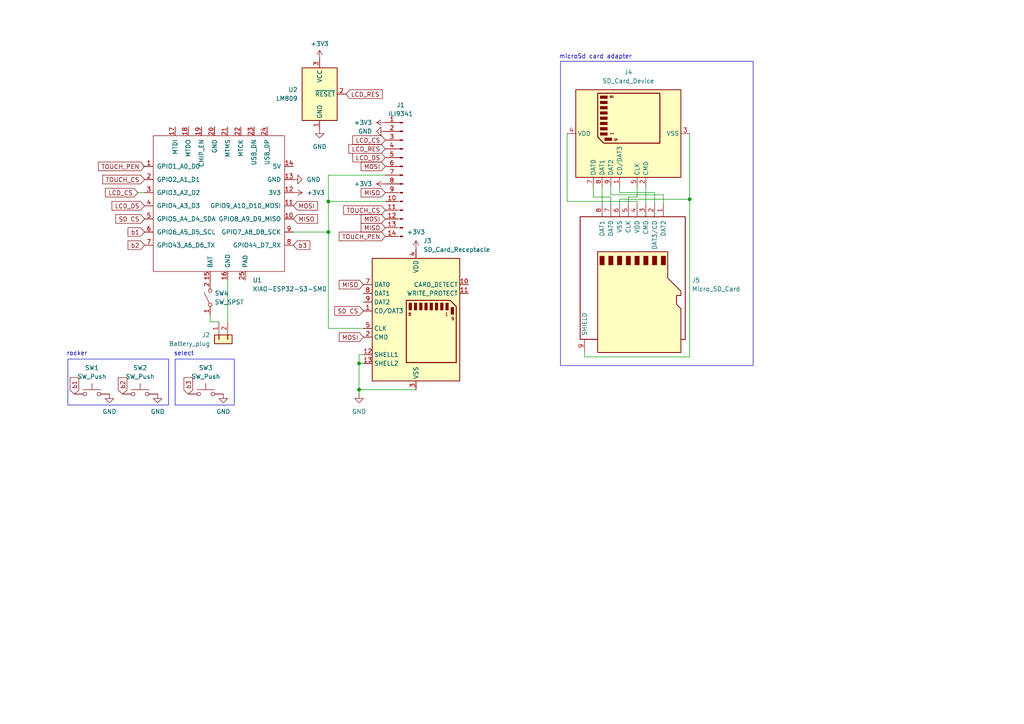
<source format=kicad_sch>
(kicad_sch (version 20250114) (generator "eeschema") (generator_version "9.0")
  (paper "A4")
  (lib_symbols
    (symbol "Connector:Conn_01x08_Pin" (pin_names (offset 1.016) (hide yes))
      (property "Reference" "J1" (at 0.635 12.7 0))
      (property "Value" "ILI9341" (at 0.635 10.16 0))
      (symbol "Conn_01x08_Pin_1_1"
        (rectangle (start 0 -10.033) (end 0.8636 -10.287) (stroke (width 0.1524)) (fill (type outline)))
        (rectangle (start 0 -12.573) (end 0.8636 -12.827) (stroke (width 0.1524)) (fill (type outline)))
        (rectangle (start 0 -15.113) (end 0.8636 -15.367) (stroke (width 0.1524)) (fill (type outline)))
        (rectangle (start 0 -17.653) (end 0.8636 -17.907) (stroke (width 0.1524)) (fill (type outline)))
        (rectangle (start 0 -20.193) (end 0.8636 -20.447) (stroke (width 0.1524)) (fill (type outline)))
        (rectangle (start 0 -22.733) (end 0.8636 -22.987) (stroke (width 0.1524)) (fill (type outline)))
        (rectangle (start 0 -25.273) (end 0.8636 -25.527) (stroke (width 0.1524)) (fill (type outline)))
        (rectangle (start 0.8636 7.747) (end 0 7.493) (stroke (width 0.1524)) (fill (type outline)))
        (rectangle (start 0.8636 5.207) (end 0 4.953) (stroke (width 0.1524)) (fill (type outline)))
        (rectangle (start 0.8636 2.667) (end 0 2.413) (stroke (width 0.1524)) (fill (type outline)))
        (rectangle (start 0.8636 0.127) (end 0 -0.127) (stroke (width 0.1524)) (fill (type outline)))
        (rectangle (start 0.8636 -2.413) (end 0 -2.667) (stroke (width 0.1524)) (fill (type outline)))
        (rectangle (start 0.8636 -4.953) (end 0 -5.207) (stroke (width 0.1524)) (fill (type outline)))
        (rectangle (start 0.8636 -7.493) (end 0 -7.747) (stroke (width 0.1524)) (fill (type outline)))
        (polyline (pts (xy 1.27 7.62) (xy 0.8636 7.62)) (stroke (width 0.1524)))
        (polyline (pts (xy 1.27 5.08) (xy 0.8636 5.08)) (stroke (width 0.1524)))
        (polyline (pts (xy 1.27 2.54) (xy 0.8636 2.54)) (stroke (width 0.1524)))
        (polyline (pts (xy 1.27 0) (xy 0.8636 0)) (stroke (width 0.1524)))
        (polyline (pts (xy 1.27 -2.54) (xy 0.8636 -2.54)) (stroke (width 0.1524)))
        (polyline (pts (xy 1.27 -5.08) (xy 0.8636 -5.08)) (stroke (width 0.1524)))
        (polyline (pts (xy 1.27 -7.62) (xy 0.8636 -7.62)) (stroke (width 0.1524)))
        (polyline (pts (xy 1.27 -10.16) (xy 0.8636 -10.16)) (stroke (width 0.1524)))
        (pin passive line (at 5.08 7.62 180) (length 3.81) (name "VCC") (number "1"))
        (pin power_in line (at 5.08 5.08 180) (length 3.81) (name "GND") (number "2"))
        (pin passive line (at 5.08 2.54 180) (length 3.81) (name "CS") (number "3"))
        (pin passive line (at 5.08 0 180) (length 3.81) (name "RESET") (number "4"))
        (pin passive line (at 5.08 -2.54 180) (length 3.81) (name "DC/RS") (number "5"))
        (pin passive line (at 5.08 -5.08 180) (length 3.81) (name "MOSI") (number "6"))
        (pin passive line (at 5.08 -7.62 180) (length 3.81) (name "SCK") (number "7"))
        (pin passive line (at 5.08 -10.16 180) (length 3.81) (name "LED") (number "8"))
        (pin passive line (at 5.08 -12.7 180) (length 3.81) (name "MISO") (number "9"))
        (pin passive line (at 5.08 -15.24 180) (length 3.81) (name "CLK") (number "10"))
        (pin passive line (at 5.08 -17.78 180) (length 3.81) (name "T_CS") (number "11"))
        (pin passive line (at 5.08 -20.32 180) (length 3.81) (name "T_DIN") (number "12"))
        (pin passive line (at 5.08 -22.86 180) (length 3.81) (name "T_DO") (number "13"))
        (pin passive line (at 5.08 -25.4 180) (length 3.81) (name "T_IRQ") (number "14"))
      )
    )
    (symbol "Connector:Micro_SD_Card" (pin_names (offset 1.016))
      (property "Reference" "J" (at -16.51 15.24 0))
      (property "Value" "Micro_SD_Card" (at 16.51 15.24 0))
      (symbol "Micro_SD_Card_0_1"
        (polyline (pts (xy -8.89 -11.43) (xy -8.89 8.89) (xy -1.27 8.89) (xy 2.54 12.7) (xy 3.81 12.7) (xy 3.81 11.43) (xy 6.35 11.43) (xy 7.62 12.7) (xy 20.32 12.7) (xy 20.32 -11.43) (xy -8.89 -11.43)) (stroke (width 0.254)) (fill (type background)))
        (rectangle (start -7.62 8.255) (end -5.08 6.985) (fill (type outline)))
        (rectangle (start -7.62 5.715) (end -5.08 4.445) (fill (type outline)))
        (rectangle (start -7.62 3.175) (end -5.08 1.905) (fill (type outline)))
        (rectangle (start -7.62 0.635) (end -5.08 -0.635) (fill (type outline)))
        (rectangle (start -7.62 -1.905) (end -5.08 -3.175) (fill (type outline)))
        (rectangle (start -7.62 -4.445) (end -5.08 -5.715) (fill (type outline)))
        (rectangle (start -7.62 -6.985) (end -5.08 -8.255) (fill (type outline)))
        (rectangle (start -7.62 -9.525) (end -5.08 -10.795) (fill (type outline)))
        (polyline (pts (xy 16.51 12.7) (xy 16.51 13.97) (xy -19.05 13.97) (xy -19.05 -16.51) (xy 16.51 -16.51) (xy 16.51 -11.43)) (stroke (width 0.254)))
      )
      (symbol "Micro_SD_Card_1_1"
        (pin bidirectional line (at -22.86 7.62 0) (length 3.81) (name "DAT2") (number "1"))
        (pin bidirectional line (at -22.86 5.08 0) (length 3.81) (name "DAT3/CD") (number "2"))
        (pin input line (at -22.86 2.54 0) (length 3.81) (name "CMD") (number "3"))
        (pin power_in line (at -22.86 0 0) (length 3.81) (name "VDD") (number "4"))
        (pin input line (at -22.86 -2.54 0) (length 3.81) (name "CLK") (number "5"))
        (pin power_in line (at -22.86 -5.08 0) (length 3.81) (name "VSS") (number "6"))
        (pin bidirectional line (at -22.86 -7.62 0) (length 3.81) (name "DAT0") (number "7"))
        (pin bidirectional line (at -22.86 -10.16 0) (length 3.81) (name "DAT1") (number "8"))
        (pin passive line (at 20.32 -15.24 180) (length 3.81) (name "SHIELD") (number "9"))
      )
    )
    (symbol "Connector:SD_Card_Device"
      (property "Reference" "J" (at -11.938 17.018 0))
      (property "Value" "SD_Card_Device" (at 9.144 -17.272 0))
      (symbol "SD_Card_Device_0_1"
        (rectangle (start -2.032 6.858) (end -1.27 4.826) (fill (type outline)))
        (rectangle (start -0.508 8.128) (end 0.254 6.096) (fill (type outline)))
        (rectangle (start 1.016 8.128) (end 1.778 6.096) (fill (type outline)))
        (rectangle (start 2.54 8.128) (end 3.302 6.096) (fill (type outline)))
        (rectangle (start 4.064 8.128) (end 4.826 6.096) (fill (type outline)))
        (rectangle (start 5.588 8.128) (end 6.35 6.096) (fill (type outline)))
        (rectangle (start 7.112 8.128) (end 7.874 6.096) (fill (type outline)))
        (rectangle (start 8.636 8.128) (end 9.398 6.096) (fill (type outline)))
        (rectangle (start 10.16 8.128) (end 10.922 6.096) (fill (type outline)))
      )
      (symbol "SD_Card_Device_1_1"
        (rectangle (start -12.7 15.24) (end 12.7 -15.24) (stroke (width 0.254)) (fill (type background)))
        (polyline (pts (xy -1.016 8.89) (xy 11.684 8.89) (xy 11.684 -9.144) (xy -2.794 -9.144) (xy -2.794 7.112) (xy -1.016 8.89)) (stroke (width 0.3)))
        (text "9" (at -1.778 3.556 0) (effects (font (size 0.9 0.9))))
        (text "1" (at 0 4.826 0) (effects (font (size 0.9 0.9))))
        (text "8" (at 10.668 4.826 0) (effects (font (size 0.9 0.9))))
        (pin bidirectional line (at -15.24 10.16 0) (length 2.54) (name "DAT0") (number "7"))
        (pin bidirectional line (at -15.24 7.62 0) (length 2.54) (name "DAT1") (number "8"))
        (pin bidirectional line (at -15.24 5.08 0) (length 2.54) (name "DAT2") (number "9"))
        (pin bidirectional line (at -15.24 2.54 0) (length 2.54) (name "CD/DAT3") (number "1"))
        (pin input line (at -15.24 -2.54 0) (length 2.54) (name "CLK") (number "5"))
        (pin bidirectional line (at -15.24 -5.08 0) (length 2.54) (name "CMD") (number "2"))
        (pin power_in line (at 0 17.78 270) (length 2.54) (name "VDD") (number "4"))
        (pin power_in line (at 0 -17.78 90) (length 2.54) (name "VSS") (number "3"))
        (pin passive line (at 0 -17.78 90) (length 2.54) (hide yes) (name "VSS") (number "6"))
      )
    )
    (symbol "Connector:SD_Card_Receptacle"
      (property "Reference" "J" (at -11.938 19.304 0))
      (property "Value" "SD_Card_Receptacle" (at 10.922 -19.558 0))
      (symbol "SD_Card_Receptacle_0_1"
        (rectangle (start -2.032 2.794) (end -1.27 4.826) (fill (type outline)))
        (rectangle (start -0.508 2.794) (end 0.254 4.826) (fill (type outline)))
        (rectangle (start 1.016 2.794) (end 1.778 4.826) (fill (type outline)))
        (rectangle (start 2.54 2.794) (end 3.302 4.826) (fill (type outline)))
        (rectangle (start 4.064 2.794) (end 4.826 4.826) (fill (type outline)))
        (rectangle (start 5.588 2.794) (end 6.35 4.826) (fill (type outline)))
        (rectangle (start 7.112 2.794) (end 7.874 4.826) (fill (type outline)))
        (rectangle (start 8.636 2.794) (end 9.398 4.826) (fill (type outline)))
        (rectangle (start 10.16 1.524) (end 10.922 3.556) (fill (type outline)))
      )
      (symbol "SD_Card_Receptacle_1_1"
        (rectangle (start -12.7 17.78) (end 12.7 -17.78) (stroke (width 0.254)) (fill (type background)))
        (polyline (pts (xy 9.906 5.588) (xy -2.794 5.588) (xy -2.794 -12.446) (xy 11.684 -12.446) (xy 11.684 3.81) (xy 9.906 5.588)) (stroke (width 0.3)))
        (text "8" (at -1.778 1.524 0) (effects (font (size 0.9 0.9))))
        (text "1" (at 8.89 1.524 0) (effects (font (size 0.9 0.9))))
        (text "9" (at 10.668 0.254 0) (effects (font (size 0.9 0.9))))
        (pin bidirectional line (at -15.24 10.16 0) (length 2.54) (name "DAT0") (number "7"))
        (pin bidirectional line (at -15.24 7.62 0) (length 2.54) (name "DAT1") (number "8"))
        (pin bidirectional line (at -15.24 5.08 0) (length 2.54) (name "DAT2") (number "9"))
        (pin bidirectional line (at -15.24 2.54 0) (length 2.54) (name "CD/DAT3") (number "1"))
        (pin input line (at -15.24 -2.54 0) (length 2.54) (name "CLK") (number "5"))
        (pin bidirectional line (at -15.24 -5.08 0) (length 2.54) (name "CMD") (number "2"))
        (pin passive line (at -15.24 -10.16 0) (length 2.54) (name "SHELL1") (number "12"))
        (pin passive line (at -15.24 -12.7 0) (length 2.54) (name "SHELL2") (number "13"))
        (pin power_in line (at 0 20.32 270) (length 2.54) (name "VDD") (number "4"))
        (pin power_in line (at 0 -20.32 90) (length 2.54) (name "VSS") (number "3"))
        (pin passive line (at 0 -20.32 90) (length 2.54) (hide yes) (name "VSS") (number "6"))
        (pin output line (at 15.24 10.16 180) (length 2.54) (name "CARD_DETECT") (number "10"))
        (pin output line (at 15.24 7.62 180) (length 2.54) (name "WRITE_PROTECT") (number "11"))
      )
    )
    (symbol "Connector_Generic:Conn_01x02" (pin_names (offset 1.016) (hide yes))
      (property "Reference" "J" (at 0 2.54 0))
      (property "Value" "Conn_01x02" (at 0 -5.08 0))
      (symbol "Conn_01x02_1_1"
        (rectangle (start -1.27 1.27) (end 1.27 -3.81) (stroke (width 0.254)) (fill (type background)))
        (rectangle (start -1.27 0.127) (end 0 -0.127) (stroke (width 0.1524)))
        (rectangle (start -1.27 -2.413) (end 0 -2.667) (stroke (width 0.1524)))
        (pin passive line (at -5.08 0 0) (length 3.81) (name "Pin_1") (number "1"))
        (pin passive line (at -5.08 -2.54 0) (length 3.81) (name "Pin_2") (number "2"))
      )
    )
    (symbol "Power_Supervisor:LM809"
      (property "Reference" "U" (at 2.54 12.7 0))
      (property "Value" "LM809" (at 5.08 10.16 0))
      (symbol "LM809_0_1"
        (rectangle (start 5.08 7.62) (end -5.08 -7.62) (stroke (width 0.254)) (fill (type background)))
      )
      (symbol "LM809_1_1"
        (pin power_in line (at 0 10.16 270) (length 2.54) (name "VCC") (number "3"))
        (pin power_in line (at 0 -10.16 90) (length 2.54) (name "GND") (number "1"))
        (pin output line (at 7.62 0 180) (length 2.54) (name "~{RESET}") (number "2"))
      )
    )
    (symbol "Seeed_Studio_XIAO_Series:XIAO-ESP32-S3-SMD" (pin_names (offset 1.016))
      (property "Reference" "U" (at -18.542 23.114 0))
      (property "Value" "XIAO-ESP32-S3-SMD" (at -8.382 21.336 0))
      (symbol "XIAO-ESP32-S3-SMD_0_1"
        (rectangle (start 19.05 -19.05) (end -19.05 20.32))
      )
      (symbol "XIAO-ESP32-S3-SMD_1_1"
        (pin passive line (at -21.59 11.43 0) (length 2.54) (name "GPIO1_A0_D0") (number "1"))
        (pin passive line (at -21.59 7.62 0) (length 2.54) (name "GPIO2_A1_D1") (number "2"))
        (pin passive line (at -21.59 3.81 0) (length 2.54) (name "GPIO3_A2_D2") (number "3"))
        (pin passive line (at -21.59 0 0) (length 2.54) (name "GPIO4_A3_D3") (number "4"))
        (pin passive line (at -21.59 -3.81 0) (length 2.54) (name "GPIO5_A4_D4_SDA") (number "5"))
        (pin passive line (at -21.59 -7.62 0) (length 2.54) (name "GPIO6_A5_D5_SCL") (number "6"))
        (pin passive line (at -21.59 -11.43 0) (length 2.54) (name "GPIO43_A6_D6_TX") (number "7"))
        (pin passive line (at -12.7 22.86 270) (length 2.54) (name "MTDI") (number "17"))
        (pin passive line (at -8.89 22.86 270) (length 2.54) (name "MTDO") (number "18"))
        (pin passive line (at -5.08 22.86 270) (length 2.54) (name "CHIP_EN") (number "19"))
        (pin passive line (at -2.54 -21.59 90) (length 2.54) (name "BAT") (number "15"))
        (pin passive line (at -1.27 22.86 270) (length 2.54) (name "GND") (number "20"))
        (pin passive line (at 2.54 22.86 270) (length 2.54) (name "MTMS") (number "21"))
        (pin passive line (at 2.54 -21.59 90) (length 2.54) (name "GND") (number "16"))
        (pin passive line (at 6.35 22.86 270) (length 2.54) (name "MTCK") (number "22"))
        (pin passive line (at 7.62 -21.59 90) (length 2.54) (name "PAD") (number "25"))
        (pin passive line (at 10.16 22.86 270) (length 2.54) (name "USB_DN") (number "23"))
        (pin passive line (at 13.97 22.86 270) (length 2.54) (name "USB_DP") (number "24"))
        (pin passive line (at 21.59 11.43 180) (length 2.54) (name "5V") (number "14"))
        (pin passive line (at 21.59 7.62 180) (length 2.54) (name "GND") (number "13"))
        (pin passive line (at 21.59 3.81 180) (length 2.54) (name "3V3") (number "12"))
        (pin passive line (at 21.59 0 180) (length 2.54) (name "GPIO9_A10_D10_MOSI") (number "11"))
        (pin passive line (at 21.59 -3.81 180) (length 2.54) (name "GPIO8_A9_D9_MISO") (number "10"))
        (pin passive line (at 21.59 -7.62 180) (length 2.54) (name "GPIO7_A8_D8_SCK") (number "9"))
        (pin passive line (at 21.59 -11.43 180) (length 2.54) (name "GPIO44_D7_RX") (number "8"))
      )
    )
    (symbol "Switch:SW_Push" (pin_numbers (hide yes)) (pin_names (offset 1.016) (hide yes))
      (property "Reference" "SW" (at 1.27 2.54 0))
      (property "Value" "SW_Push" (at 0 -1.524 0))
      (symbol "SW_Push_0_1"
        (circle (center -2.032 0) (radius 0.508))
        (polyline (pts (xy 0 1.27) (xy 0 3.048)))
        (circle (center 2.032 0) (radius 0.508))
        (polyline (pts (xy 2.54 1.27) (xy -2.54 1.27)))
        (pin passive line (at -5.08 0 0) (length 2.54) (name "1") (number "1"))
        (pin passive line (at 5.08 0 180) (length 2.54) (name "2") (number "2"))
      )
    )
    (symbol "Switch:SW_SPST" (pin_names (offset 0) (hide yes))
      (property "Reference" "SW" (at 0 3.175 0))
      (property "Value" "SW_SPST" (at 0 -2.54 0))
      (symbol "SW_SPST_0_0"
        (circle (center -2.032 0) (radius 0.508))
        (polyline (pts (xy -1.524 0.254) (xy 1.524 1.778)))
        (circle (center 2.032 0) (radius 0.508))
      )
      (symbol "SW_SPST_1_1"
        (pin passive line (at -5.08 0 0) (length 2.54) (name "A") (number "1"))
        (pin passive line (at 5.08 0 180) (length 2.54) (name "B") (number "2"))
      )
    )
    (symbol "power:+3V3" (power) (pin_numbers (hide yes)) (pin_names (offset 0) (hide yes))
      (property "Value" "+3V3" (at 0 3.556 0))
      (symbol "+3V3_0_1"
        (polyline (pts (xy -0.762 1.27) (xy 0 2.54)))
        (polyline (pts (xy 0 2.54) (xy 0.762 1.27)))
        (polyline (pts (xy 0 0) (xy 0 2.54)))
      )
      (symbol "+3V3_1_1"
        (pin power_in line (at 0 0 90) (length 0) (name "~") (number "1"))
      )
    )
    (symbol "power:GND" (power) (pin_numbers (hide yes)) (pin_names (offset 0) (hide yes))
      (property "Value" "GND" (at 0 -3.81 0))
      (symbol "GND_0_1"
        (polyline (pts (xy 0 0) (xy 0 -1.27) (xy 1.27 -1.27) (xy 0 -2.54) (xy -1.27 -1.27) (xy 0 -1.27)))
      )
      (symbol "GND_1_1"
        (pin power_in line (at 0 0 270) (length 0) (name "~") (number "1"))
      )
    )
  )
  (rectangle (start 162.56 17.78) (end 218.44 106.045))
  (rectangle (start 19.685 104.14) (end 48.895 117.475))
  (rectangle (start 50.8 104.14) (end 67.945 117.475))
  (text "microSd card adapter" (at 172.72 16.51 0) (effects (font (size 1.27 1.27))))
  (text "rocker" (at 22.352 102.616 0) (effects (font (size 1.27 1.27))))
  (text "select\n" (at 53.34 102.616 0) (effects (font (size 1.27 1.27))))
  (junction (at 200.025 57.785))
  (junction (at 95.25 58.42))
  (junction (at 104.14 113.03))
  (junction (at 95.25 67.31))
  (junction (at 104.14 105.41))
  (wire (pts (xy 184.785 53.975) (xy 184.785 57.15)))
  (wire (pts (xy 192.405 56.515) (xy 177.165 56.515)))
  (wire (pts (xy 104.14 102.87) (xy 104.14 105.41)))
  (wire (pts (xy 179.705 55.88) (xy 189.865 55.88)))
  (wire (pts (xy 164.465 58.42) (xy 164.465 38.735)))
  (wire (pts (xy 95.25 67.31) (xy 95.25 95.25)))
  (wire (pts (xy 182.245 57.15) (xy 182.245 59.055)))
  (wire (pts (xy 95.25 50.8) (xy 95.25 58.42)))
  (wire (pts (xy 41.275 48.26) (xy 41.91 48.26)))
  (wire (pts (xy 104.14 113.03) (xy 120.65 113.03)))
  (wire (pts (xy 169.545 103.505) (xy 169.545 102.235)))
  (wire (pts (xy 189.865 55.88) (xy 189.865 59.055)))
  (wire (pts (xy 104.14 105.41) (xy 105.41 105.41)))
  (wire (pts (xy 200.025 57.785) (xy 200.025 38.735)))
  (wire (pts (xy 95.25 50.8) (xy 111.76 50.8)))
  (wire (pts (xy 40.005 55.88) (xy 41.91 55.88)))
  (wire (pts (xy 179.705 57.785) (xy 200.025 57.785)))
  (wire (pts (xy 177.165 57.15) (xy 172.085 57.15)))
  (wire (pts (xy 66.04 81.28) (xy 66.04 93.345)))
  (wire (pts (xy 177.165 59.055) (xy 177.165 57.15)))
  (wire (pts (xy 95.25 58.42) (xy 95.25 67.31)))
  (wire (pts (xy 179.705 53.975) (xy 179.705 55.88)))
  (wire (pts (xy 85.09 67.31) (xy 95.25 67.31)))
  (wire (pts (xy 174.625 53.975) (xy 174.625 59.055)))
  (wire (pts (xy 184.785 58.42) (xy 164.465 58.42)))
  (wire (pts (xy 60.96 93.345) (xy 63.5 93.345)))
  (wire (pts (xy 184.785 59.055) (xy 184.785 58.42)))
  (wire (pts (xy 187.325 53.975) (xy 187.325 59.055)))
  (wire (pts (xy 172.085 57.15) (xy 172.085 53.975)))
  (wire (pts (xy 60.96 91.44) (xy 60.96 93.345)))
  (wire (pts (xy 192.405 59.055) (xy 192.405 56.515)))
  (wire (pts (xy 104.14 102.87) (xy 105.41 102.87)))
  (wire (pts (xy 95.25 58.42) (xy 111.76 58.42)))
  (wire (pts (xy 179.705 59.055) (xy 179.705 57.785)))
  (wire (pts (xy 177.165 56.515) (xy 177.165 53.975)))
  (wire (pts (xy 95.25 95.25) (xy 105.41 95.25)))
  (wire (pts (xy 184.785 57.15) (xy 182.245 57.15)))
  (wire (pts (xy 200.025 103.505) (xy 169.545 103.505)))
  (wire (pts (xy 104.14 114.3) (xy 104.14 113.03)))
  (wire (pts (xy 104.14 105.41) (xy 104.14 113.03)))
  (wire (pts (xy 200.025 57.785) (xy 200.025 103.505)))
  (global_label "MOSI" (shape input) (at 111.76 63.5 180) (property "Intersheetrefs" "${INTERSHEET_REFS}" (effects (hide yes))))
  (global_label "TOUCH_CS" (shape input) (at 111.76 60.96 180) (property "Intersheetrefs" "${INTERSHEET_REFS}" (effects (hide yes))))
  (global_label "TOUCH_PEN" (shape input) (at 41.91 48.26 180) (property "Intersheetrefs" "${INTERSHEET_REFS}" (effects (hide yes))))
  (global_label "MISO" (shape input) (at 111.76 55.88 180) (property "Intersheetrefs" "${INTERSHEET_REFS}" (effects (hide yes))))
  (global_label "MOSI" (shape input) (at 111.76 48.26 180) (property "Intersheetrefs" "${INTERSHEET_REFS}" (effects (hide yes))))
  (global_label "TOUCH_PEN" (shape input) (at 111.76 68.58 180) (property "Intersheetrefs" "${INTERSHEET_REFS}" (effects (hide yes))))
  (global_label "MISO" (shape input) (at 85.09 63.5 0) (property "Intersheetrefs" "${INTERSHEET_REFS}" (effects (hide yes))))
  (global_label "SD CS" (shape input) (at 105.41 90.17 180) (property "Intersheetrefs" "${INTERSHEET_REFS}" (effects (hide yes))))
  (global_label "MISO" (shape input) (at 111.76 66.04 180) (property "Intersheetrefs" "${INTERSHEET_REFS}" (effects (hide yes))))
  (global_label "LCD_CS" (shape input) (at 40.005 55.88 180) (property "Intersheetrefs" "${INTERSHEET_REFS}" (effects (hide yes))))
  (global_label "SD CS" (shape input) (at 41.91 63.5 180) (property "Intersheetrefs" "${INTERSHEET_REFS}" (effects (hide yes))))
  (global_label "MOSI" (shape input) (at 105.41 97.79 180) (property "Intersheetrefs" "${INTERSHEET_REFS}" (effects (hide yes))))
  (global_label "b3" (shape input) (at 54.61 114.3 90) (property "Intersheetrefs" "${INTERSHEET_REFS}" (effects (hide yes))))
  (global_label "LCD_RES" (shape input) (at 100.33 27.305 0) (property "Intersheetrefs" "${INTERSHEET_REFS}" (effects (hide yes))))
  (global_label "LCD_DS" (shape input) (at 41.91 59.69 180) (property "Intersheetrefs" "${INTERSHEET_REFS}" (effects (hide yes))))
  (global_label "b2" (shape input) (at 35.56 114.3 90) (property "Intersheetrefs" "${INTERSHEET_REFS}" (effects (hide yes))))
  (global_label "TOUCH_CS" (shape input) (at 41.91 52.07 180) (property "Intersheetrefs" "${INTERSHEET_REFS}" (effects (hide yes))))
  (global_label "LCD_DS" (shape input) (at 111.76 45.72 180) (property "Intersheetrefs" "${INTERSHEET_REFS}" (effects (hide yes))))
  (global_label "MISO" (shape input) (at 105.41 82.55 180) (property "Intersheetrefs" "${INTERSHEET_REFS}" (effects (hide yes))))
  (global_label "MOSI" (shape input) (at 85.09 59.69 0) (property "Intersheetrefs" "${INTERSHEET_REFS}" (effects (hide yes))))
  (global_label "b1" (shape input) (at 21.59 114.3 90) (property "Intersheetrefs" "${INTERSHEET_REFS}" (effects (hide yes))))
  (global_label "b3" (shape input) (at 85.09 71.12 0) (property "Intersheetrefs" "${INTERSHEET_REFS}" (effects (hide yes))))
  (global_label "b2" (shape input) (at 41.91 71.12 180) (property "Intersheetrefs" "${INTERSHEET_REFS}" (effects (hide yes))))
  (global_label "b1" (shape input) (at 41.91 67.31 180) (property "Intersheetrefs" "${INTERSHEET_REFS}" (effects (hide yes))))
  (global_label "LCD_RES" (shape input) (at 111.76 43.18 180) (property "Intersheetrefs" "${INTERSHEET_REFS}" (effects (hide yes))))
  (global_label "LCD_CS" (shape input) (at 111.76 40.64 180) (property "Intersheetrefs" "${INTERSHEET_REFS}" (effects (hide yes))))
  (symbol (lib_id "power:GND") (at 104.14 114.3 0) (unit 1)
    (property "Reference" "#PWR06" (effects (hide yes)))
    (property "Value" "GND" (at 104.14 119.38 0))
    (property "Description" "Power symbol creates a global label with name \"GND\" , ground" (effects (hide yes)))
  )
  (symbol (lib_id "Connector_Generic:Conn_01x02") (at 63.5 98.425 90) (mirror x) (unit 1)
    (property "Reference" "J2" (at 60.96 97.1549 90) (effects (justify left)))
    (property "Value" "Battery_plug" (at 60.96 99.6949 90) (effects (justify left)))
    (property "Footprint" "Connector_JST:JST_PH_B2B-PH-SM4-TB_1x02-1MP_P2.00mm_Vertical" (effects (hide yes)))
    (property "Description" "Generic connector, single row, 01x02, script generated (kicad-library-utils/schlib/autogen/connector/)" (effects (hide yes)))
  )
  (symbol (lib_id "Switch:SW_Push") (at 26.67 114.3 0) (unit 1)
    (property "Reference" "SW1" (at 26.67 106.68 0))
    (property "Value" "SW_Push" (at 26.67 109.22 0))
    (property "Footprint" "Button_Switch_THT:SW_PUSH_6mm" (effects (hide yes)))
    (property "Description" "Push button switch, generic, two pins" (effects (hide yes)))
  )
  (symbol (lib_id "power:+3V3") (at 92.71 17.145 0) (unit 1)
    (property "Reference" "#PWR011" (effects (hide yes)))
    (property "Value" "+3V3" (at 92.71 12.7 0))
    (property "Description" "Power symbol creates a global label with name \"+3V3\"" (effects (hide yes)))
  )
  (symbol (lib_id "power:GND") (at 45.72 114.3 0) (unit 1)
    (property "Reference" "#PWR07" (effects (hide yes)))
    (property "Value" "GND" (at 45.72 119.38 0))
    (property "Description" "Power symbol creates a global label with name \"GND\" , ground" (effects (hide yes)))
  )
  (symbol (lib_id "Connector:SD_Card_Receptacle") (at 120.65 92.71 0) (unit 1)
    (property "Reference" "J3" (at 122.7933 69.85 0) (effects (justify left)))
    (property "Value" "SD_Card_Receptacle" (at 122.7933 72.39 0) (effects (justify left)))
    (property "Footprint" "Connector_Card:SD_Hirose_DM1AA_SF_PEJ82" (effects (hide yes)))
    (property "Datasheet" "http://portal.fciconnect.com/Comergent//fci/drawing/10067847.pdf" (effects (hide yes)))
    (property "Description" "SD card receptacle" (effects (hide yes)))
  )
  (symbol (lib_id "power:+3V3") (at 111.76 35.56 90) (mirror x) (unit 1)
    (property "Reference" "#PWR04" (effects (hide yes)))
    (property "Value" "+3V3" (at 107.95 35.5599 90) (effects (justify left)))
    (property "Description" "Power symbol creates a global label with name \"+3V3\"" (effects (hide yes)))
  )
  (symbol (lib_id "power:GND") (at 31.75 114.3 0) (unit 1)
    (property "Reference" "#PWR08" (effects (hide yes)))
    (property "Value" "GND" (at 31.75 119.38 0))
    (property "Description" "Power symbol creates a global label with name \"GND\" , ground" (effects (hide yes)))
  )
  (symbol (lib_id "power:+3V3") (at 111.76 53.34 90) (mirror x) (unit 1)
    (property "Reference" "#PWR012" (effects (hide yes)))
    (property "Value" "+3V3" (at 107.95 53.3399 90) (effects (justify left)))
    (property "Description" "Power symbol creates a global label with name \"+3V3\"" (effects (hide yes)))
  )
  (symbol (lib_id "Power_Supervisor:LM809") (at 92.71 27.305 0) (unit 1)
    (property "Reference" "U2" (at 86.36 26.0349 0) (effects (justify right)))
    (property "Value" "LM809" (at 86.36 28.5749 0) (effects (justify right)))
    (property "Footprint" "Package_TO_SOT_SMD:SOT-23" (effects (hide yes)))
    (property "Datasheet" "http://www.ti.com/lit/ds/symlink/lm809.pdf" (effects (hide yes)))
    (property "Description" "Microprocessor Reset (active-low) Circuit, SOT-23" (effects (hide yes)))
  )
  (symbol (lib_id "Switch:SW_Push") (at 40.64 114.3 0) (unit 1)
    (property "Reference" "SW2" (at 40.64 106.68 0))
    (property "Value" "SW_Push" (at 40.64 109.22 0))
    (property "Footprint" "Button_Switch_THT:SW_PUSH_6mm" (effects (hide yes)))
    (property "Description" "Push button switch, generic, two pins" (effects (hide yes)))
  )
  (symbol (lib_id "power:GND") (at 64.77 114.3 0) (unit 1)
    (property "Reference" "#PWR09" (effects (hide yes)))
    (property "Value" "GND" (at 64.77 119.38 0))
    (property "Description" "Power symbol creates a global label with name \"GND\" , ground" (effects (hide yes)))
  )
  (symbol (lib_id "Seeed_Studio_XIAO_Series:XIAO-ESP32-S3-SMD") (at 63.5 59.69 0) (unit 1)
    (property "Reference" "U1" (at 73.2633 81.28 0) (effects (justify left)))
    (property "Value" "XIAO-ESP32-S3-SMD" (at 73.2633 83.82 0) (effects (justify left)))
    (property "Footprint" "XAIO:XIAO-ESP32S3-SMD" (effects (hide yes)))
  )
  (symbol (lib_id "Connector:Conn_01x08_Pin") (at 116.84 43.18 0) (mirror y) (unit 1)
    (property "Reference" "J1" (at 116.205 30.48 0))
    (property "Value" "ILI9341" (at 116.205 33.02 0))
    (property "Footprint" "Connector_PinHeader_2.54mm:PinHeader_1x11_P2.54mm_Vertical" (effects (hide yes)))
    (property "Description" "Generic connector, single row, 01x08, script generated" (effects (hide yes)))
  )
  (symbol (lib_id "Switch:SW_SPST") (at 60.96 86.36 90) (unit 1)
    (property "Reference" "SW4" (at 62.23 85.0899 90) (effects (justify right)))
    (property "Value" "SW_SPST" (at 62.23 87.6299 90) (effects (justify right)))
    (property "Footprint" "Button_Switch_THT:SW_SPST_Omron_B3F-315x_Angled" (effects (hide yes)))
    (property "Description" "Single Pole Single Throw (SPST) switch" (effects (hide yes)))
  )
  (symbol (lib_id "power:GND") (at 85.09 52.07 90) (unit 1)
    (property "Reference" "#PWR01" (effects (hide yes)))
    (property "Value" "GND" (at 88.9 52.0699 90) (effects (justify right)))
    (property "Description" "Power symbol creates a global label with name \"GND\" , ground" (effects (hide yes)))
  )
  (symbol (lib_id "power:GND") (at 92.71 37.465 0) (unit 1)
    (property "Reference" "#PWR010" (effects (hide yes)))
    (property "Value" "GND" (at 92.71 42.545 0))
    (property "Description" "Power symbol creates a global label with name \"GND\" , ground" (effects (hide yes)))
  )
  (symbol (lib_id "power:+3V3") (at 120.65 72.39 0) (unit 1)
    (property "Reference" "#PWR05" (effects (hide yes)))
    (property "Value" "+3V3" (at 120.65 67.31 0))
    (property "Description" "Power symbol creates a global label with name \"+3V3\"" (effects (hide yes)))
  )
  (symbol (lib_id "power:+3V3") (at 85.09 55.88 270) (unit 1)
    (property "Reference" "#PWR03" (effects (hide yes)))
    (property "Value" "+3V3" (at 88.9 55.8799 90) (effects (justify left)))
    (property "Description" "Power symbol creates a global label with name \"+3V3\"" (effects (hide yes)))
  )
  (symbol (lib_id "Switch:SW_Push") (at 59.69 114.3 0) (unit 1)
    (property "Reference" "SW3" (at 59.69 106.68 0))
    (property "Value" "SW_Push" (at 59.69 109.22 0))
    (property "Footprint" "Button_Switch_THT:SW_PUSH_6mm" (effects (hide yes)))
    (property "Description" "Push button switch, generic, two pins" (effects (hide yes)))
  )
  (symbol (lib_id "power:GND") (at 111.76 38.1 270) (mirror x) (unit 1)
    (property "Reference" "#PWR02" (effects (hide yes)))
    (property "Value" "GND" (at 107.95 38.0999 90) (effects (justify right)))
    (property "Description" "Power symbol creates a global label with name \"GND\" , ground" (effects (hide yes)))
  )
  (symbol (lib_id "Connector:Micro_SD_Card") (at 184.785 81.915 270) (unit 1)
    (property "Reference" "J5" (at 200.66 81.2799 90) (effects (justify left)))
    (property "Value" "Micro_SD_Card" (at 200.66 83.8199 90) (effects (justify left)))
    (property "Footprint" "Connector_Card:microSD_HC_Molex_104031-0811" (effects (hide yes)))
    (property "Datasheet" "https://www.we-online.com/components/products/datasheet/693072010801.pdf" (effects (hide yes)))
    (property "Description" "Micro SD Card Socket" (effects (hide yes)))
  )
  (symbol (lib_id "Connector:SD_Card_Device") (at 182.245 38.735 90) (unit 1)
    (property "Reference" "J4" (at 182.245 20.955 90))
    (property "Value" "SD_Card_Device" (at 182.245 23.495 90))
    (property "Footprint" "Connector_Card:SD_Card_Device_16mm_SlotDepth" (effects (hide yes)))
    (property "Datasheet" "http://www.convict.lu/pdf/ProdManualSDCardv1.9.pdf" (effects (hide yes)))
    (property "Description" "SD card device/card" (effects (hide yes)))
  )
)
</source>
